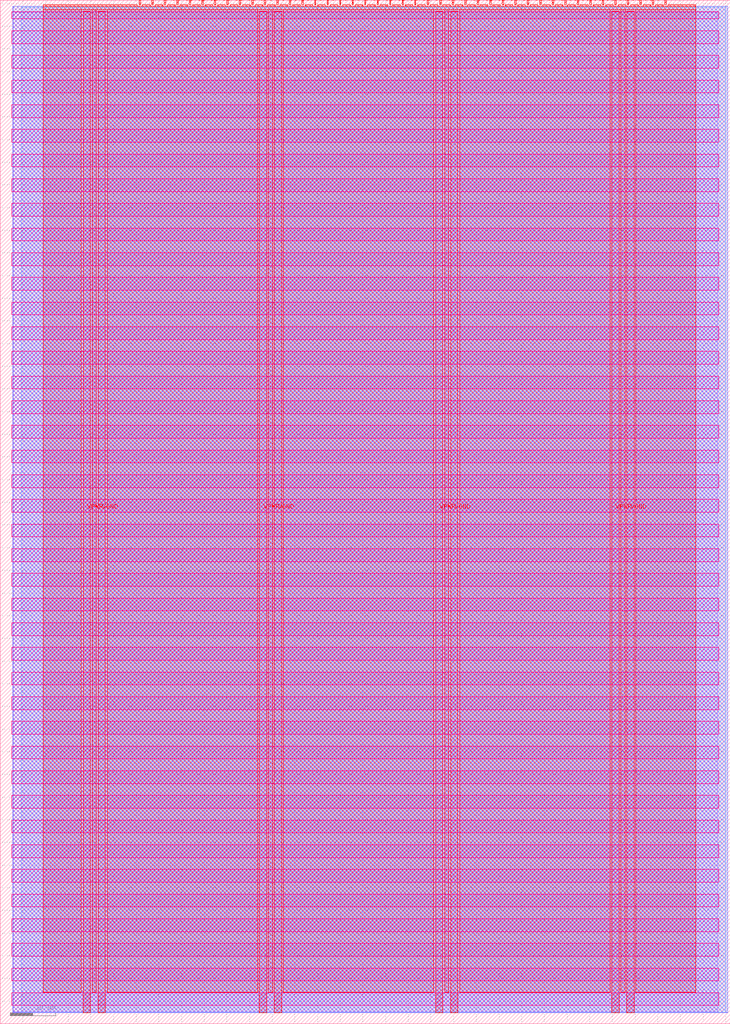
<source format=lef>
VERSION 5.7 ;
  NOWIREEXTENSIONATPIN ON ;
  DIVIDERCHAR "/" ;
  BUSBITCHARS "[]" ;
MACRO tt_um_silice
  CLASS BLOCK ;
  FOREIGN tt_um_silice ;
  ORIGIN 0.000 0.000 ;
  SIZE 161.000 BY 225.760 ;
  PIN VGND
    DIRECTION INOUT ;
    USE GROUND ;
    PORT
      LAYER met4 ;
        RECT 21.580 2.480 23.180 223.280 ;
    END
    PORT
      LAYER met4 ;
        RECT 60.450 2.480 62.050 223.280 ;
    END
    PORT
      LAYER met4 ;
        RECT 99.320 2.480 100.920 223.280 ;
    END
    PORT
      LAYER met4 ;
        RECT 138.190 2.480 139.790 223.280 ;
    END
  END VGND
  PIN VPWR
    DIRECTION INOUT ;
    USE POWER ;
    PORT
      LAYER met4 ;
        RECT 18.280 2.480 19.880 223.280 ;
    END
    PORT
      LAYER met4 ;
        RECT 57.150 2.480 58.750 223.280 ;
    END
    PORT
      LAYER met4 ;
        RECT 96.020 2.480 97.620 223.280 ;
    END
    PORT
      LAYER met4 ;
        RECT 134.890 2.480 136.490 223.280 ;
    END
  END VPWR
  PIN clk
    DIRECTION INPUT ;
    USE SIGNAL ;
    ANTENNAGATEAREA 0.852000 ;
    PORT
      LAYER met4 ;
        RECT 143.830 224.760 144.130 225.760 ;
    END
  END clk
  PIN ena
    DIRECTION INPUT ;
    USE SIGNAL ;
    PORT
      LAYER met4 ;
        RECT 146.590 224.760 146.890 225.760 ;
    END
  END ena
  PIN rst_n
    DIRECTION INPUT ;
    USE SIGNAL ;
    ANTENNAGATEAREA 0.196500 ;
    PORT
      LAYER met4 ;
        RECT 141.070 224.760 141.370 225.760 ;
    END
  END rst_n
  PIN ui_in[0]
    DIRECTION INPUT ;
    USE SIGNAL ;
    PORT
      LAYER met4 ;
        RECT 138.310 224.760 138.610 225.760 ;
    END
  END ui_in[0]
  PIN ui_in[1]
    DIRECTION INPUT ;
    USE SIGNAL ;
    PORT
      LAYER met4 ;
        RECT 135.550 224.760 135.850 225.760 ;
    END
  END ui_in[1]
  PIN ui_in[2]
    DIRECTION INPUT ;
    USE SIGNAL ;
    PORT
      LAYER met4 ;
        RECT 132.790 224.760 133.090 225.760 ;
    END
  END ui_in[2]
  PIN ui_in[3]
    DIRECTION INPUT ;
    USE SIGNAL ;
    PORT
      LAYER met4 ;
        RECT 130.030 224.760 130.330 225.760 ;
    END
  END ui_in[3]
  PIN ui_in[4]
    DIRECTION INPUT ;
    USE SIGNAL ;
    PORT
      LAYER met4 ;
        RECT 127.270 224.760 127.570 225.760 ;
    END
  END ui_in[4]
  PIN ui_in[5]
    DIRECTION INPUT ;
    USE SIGNAL ;
    PORT
      LAYER met4 ;
        RECT 124.510 224.760 124.810 225.760 ;
    END
  END ui_in[5]
  PIN ui_in[6]
    DIRECTION INPUT ;
    USE SIGNAL ;
    PORT
      LAYER met4 ;
        RECT 121.750 224.760 122.050 225.760 ;
    END
  END ui_in[6]
  PIN ui_in[7]
    DIRECTION INPUT ;
    USE SIGNAL ;
    PORT
      LAYER met4 ;
        RECT 118.990 224.760 119.290 225.760 ;
    END
  END ui_in[7]
  PIN uio_in[0]
    DIRECTION INPUT ;
    USE SIGNAL ;
    PORT
      LAYER met4 ;
        RECT 116.230 224.760 116.530 225.760 ;
    END
  END uio_in[0]
  PIN uio_in[1]
    DIRECTION INPUT ;
    USE SIGNAL ;
    PORT
      LAYER met4 ;
        RECT 113.470 224.760 113.770 225.760 ;
    END
  END uio_in[1]
  PIN uio_in[2]
    DIRECTION INPUT ;
    USE SIGNAL ;
    PORT
      LAYER met4 ;
        RECT 110.710 224.760 111.010 225.760 ;
    END
  END uio_in[2]
  PIN uio_in[3]
    DIRECTION INPUT ;
    USE SIGNAL ;
    PORT
      LAYER met4 ;
        RECT 107.950 224.760 108.250 225.760 ;
    END
  END uio_in[3]
  PIN uio_in[4]
    DIRECTION INPUT ;
    USE SIGNAL ;
    PORT
      LAYER met4 ;
        RECT 105.190 224.760 105.490 225.760 ;
    END
  END uio_in[4]
  PIN uio_in[5]
    DIRECTION INPUT ;
    USE SIGNAL ;
    PORT
      LAYER met4 ;
        RECT 102.430 224.760 102.730 225.760 ;
    END
  END uio_in[5]
  PIN uio_in[6]
    DIRECTION INPUT ;
    USE SIGNAL ;
    PORT
      LAYER met4 ;
        RECT 99.670 224.760 99.970 225.760 ;
    END
  END uio_in[6]
  PIN uio_in[7]
    DIRECTION INPUT ;
    USE SIGNAL ;
    PORT
      LAYER met4 ;
        RECT 96.910 224.760 97.210 225.760 ;
    END
  END uio_in[7]
  PIN uio_oe[0]
    DIRECTION OUTPUT ;
    USE SIGNAL ;
    ANTENNADIFFAREA 0.445500 ;
    PORT
      LAYER met4 ;
        RECT 49.990 224.760 50.290 225.760 ;
    END
  END uio_oe[0]
  PIN uio_oe[1]
    DIRECTION OUTPUT ;
    USE SIGNAL ;
    ANTENNADIFFAREA 0.445500 ;
    PORT
      LAYER met4 ;
        RECT 47.230 224.760 47.530 225.760 ;
    END
  END uio_oe[1]
  PIN uio_oe[2]
    DIRECTION OUTPUT ;
    USE SIGNAL ;
    ANTENNADIFFAREA 0.445500 ;
    PORT
      LAYER met4 ;
        RECT 44.470 224.760 44.770 225.760 ;
    END
  END uio_oe[2]
  PIN uio_oe[3]
    DIRECTION OUTPUT ;
    USE SIGNAL ;
    ANTENNADIFFAREA 0.445500 ;
    PORT
      LAYER met4 ;
        RECT 41.710 224.760 42.010 225.760 ;
    END
  END uio_oe[3]
  PIN uio_oe[4]
    DIRECTION OUTPUT ;
    USE SIGNAL ;
    ANTENNADIFFAREA 0.445500 ;
    PORT
      LAYER met4 ;
        RECT 38.950 224.760 39.250 225.760 ;
    END
  END uio_oe[4]
  PIN uio_oe[5]
    DIRECTION OUTPUT ;
    USE SIGNAL ;
    ANTENNADIFFAREA 0.445500 ;
    PORT
      LAYER met4 ;
        RECT 36.190 224.760 36.490 225.760 ;
    END
  END uio_oe[5]
  PIN uio_oe[6]
    DIRECTION OUTPUT ;
    USE SIGNAL ;
    ANTENNADIFFAREA 0.445500 ;
    PORT
      LAYER met4 ;
        RECT 33.430 224.760 33.730 225.760 ;
    END
  END uio_oe[6]
  PIN uio_oe[7]
    DIRECTION OUTPUT ;
    USE SIGNAL ;
    ANTENNADIFFAREA 0.445500 ;
    PORT
      LAYER met4 ;
        RECT 30.670 224.760 30.970 225.760 ;
    END
  END uio_oe[7]
  PIN uio_out[0]
    DIRECTION OUTPUT ;
    USE SIGNAL ;
    ANTENNADIFFAREA 0.445500 ;
    PORT
      LAYER met4 ;
        RECT 72.070 224.760 72.370 225.760 ;
    END
  END uio_out[0]
  PIN uio_out[1]
    DIRECTION OUTPUT ;
    USE SIGNAL ;
    ANTENNADIFFAREA 0.445500 ;
    PORT
      LAYER met4 ;
        RECT 69.310 224.760 69.610 225.760 ;
    END
  END uio_out[1]
  PIN uio_out[2]
    DIRECTION OUTPUT ;
    USE SIGNAL ;
    ANTENNADIFFAREA 0.445500 ;
    PORT
      LAYER met4 ;
        RECT 66.550 224.760 66.850 225.760 ;
    END
  END uio_out[2]
  PIN uio_out[3]
    DIRECTION OUTPUT ;
    USE SIGNAL ;
    ANTENNADIFFAREA 0.445500 ;
    PORT
      LAYER met4 ;
        RECT 63.790 224.760 64.090 225.760 ;
    END
  END uio_out[3]
  PIN uio_out[4]
    DIRECTION OUTPUT ;
    USE SIGNAL ;
    ANTENNADIFFAREA 0.445500 ;
    PORT
      LAYER met4 ;
        RECT 61.030 224.760 61.330 225.760 ;
    END
  END uio_out[4]
  PIN uio_out[5]
    DIRECTION OUTPUT ;
    USE SIGNAL ;
    ANTENNADIFFAREA 0.445500 ;
    PORT
      LAYER met4 ;
        RECT 58.270 224.760 58.570 225.760 ;
    END
  END uio_out[5]
  PIN uio_out[6]
    DIRECTION OUTPUT ;
    USE SIGNAL ;
    ANTENNADIFFAREA 0.445500 ;
    PORT
      LAYER met4 ;
        RECT 55.510 224.760 55.810 225.760 ;
    END
  END uio_out[6]
  PIN uio_out[7]
    DIRECTION OUTPUT ;
    USE SIGNAL ;
    ANTENNADIFFAREA 0.445500 ;
    PORT
      LAYER met4 ;
        RECT 52.750 224.760 53.050 225.760 ;
    END
  END uio_out[7]
  PIN uo_out[0]
    DIRECTION OUTPUT ;
    USE SIGNAL ;
    ANTENNADIFFAREA 0.445500 ;
    PORT
      LAYER met4 ;
        RECT 94.150 224.760 94.450 225.760 ;
    END
  END uo_out[0]
  PIN uo_out[1]
    DIRECTION OUTPUT ;
    USE SIGNAL ;
    ANTENNADIFFAREA 0.445500 ;
    PORT
      LAYER met4 ;
        RECT 91.390 224.760 91.690 225.760 ;
    END
  END uo_out[1]
  PIN uo_out[2]
    DIRECTION OUTPUT ;
    USE SIGNAL ;
    ANTENNADIFFAREA 0.445500 ;
    PORT
      LAYER met4 ;
        RECT 88.630 224.760 88.930 225.760 ;
    END
  END uo_out[2]
  PIN uo_out[3]
    DIRECTION OUTPUT ;
    USE SIGNAL ;
    ANTENNADIFFAREA 0.445500 ;
    PORT
      LAYER met4 ;
        RECT 85.870 224.760 86.170 225.760 ;
    END
  END uo_out[3]
  PIN uo_out[4]
    DIRECTION OUTPUT ;
    USE SIGNAL ;
    ANTENNADIFFAREA 0.445500 ;
    PORT
      LAYER met4 ;
        RECT 83.110 224.760 83.410 225.760 ;
    END
  END uo_out[4]
  PIN uo_out[5]
    DIRECTION OUTPUT ;
    USE SIGNAL ;
    ANTENNADIFFAREA 0.445500 ;
    PORT
      LAYER met4 ;
        RECT 80.350 224.760 80.650 225.760 ;
    END
  END uo_out[5]
  PIN uo_out[6]
    DIRECTION OUTPUT ;
    USE SIGNAL ;
    ANTENNADIFFAREA 0.445500 ;
    PORT
      LAYER met4 ;
        RECT 77.590 224.760 77.890 225.760 ;
    END
  END uo_out[6]
  PIN uo_out[7]
    DIRECTION OUTPUT ;
    USE SIGNAL ;
    ANTENNADIFFAREA 0.445500 ;
    PORT
      LAYER met4 ;
        RECT 74.830 224.760 75.130 225.760 ;
    END
  END uo_out[7]
  OBS
      LAYER nwell ;
        RECT 2.570 221.625 158.430 223.230 ;
        RECT 2.570 216.185 158.430 219.015 ;
        RECT 2.570 210.745 158.430 213.575 ;
        RECT 2.570 205.305 158.430 208.135 ;
        RECT 2.570 199.865 158.430 202.695 ;
        RECT 2.570 194.425 158.430 197.255 ;
        RECT 2.570 188.985 158.430 191.815 ;
        RECT 2.570 183.545 158.430 186.375 ;
        RECT 2.570 178.105 158.430 180.935 ;
        RECT 2.570 172.665 158.430 175.495 ;
        RECT 2.570 167.225 158.430 170.055 ;
        RECT 2.570 161.785 158.430 164.615 ;
        RECT 2.570 156.345 158.430 159.175 ;
        RECT 2.570 150.905 158.430 153.735 ;
        RECT 2.570 145.465 158.430 148.295 ;
        RECT 2.570 140.025 158.430 142.855 ;
        RECT 2.570 134.585 158.430 137.415 ;
        RECT 2.570 129.145 158.430 131.975 ;
        RECT 2.570 123.705 158.430 126.535 ;
        RECT 2.570 118.265 158.430 121.095 ;
        RECT 2.570 112.825 158.430 115.655 ;
        RECT 2.570 107.385 158.430 110.215 ;
        RECT 2.570 101.945 158.430 104.775 ;
        RECT 2.570 96.505 158.430 99.335 ;
        RECT 2.570 91.065 158.430 93.895 ;
        RECT 2.570 85.625 158.430 88.455 ;
        RECT 2.570 80.185 158.430 83.015 ;
        RECT 2.570 74.745 158.430 77.575 ;
        RECT 2.570 69.305 158.430 72.135 ;
        RECT 2.570 63.865 158.430 66.695 ;
        RECT 2.570 58.425 158.430 61.255 ;
        RECT 2.570 52.985 158.430 55.815 ;
        RECT 2.570 47.545 158.430 50.375 ;
        RECT 2.570 42.105 158.430 44.935 ;
        RECT 2.570 36.665 158.430 39.495 ;
        RECT 2.570 31.225 158.430 34.055 ;
        RECT 2.570 25.785 158.430 28.615 ;
        RECT 2.570 20.345 158.430 23.175 ;
        RECT 2.570 14.905 158.430 17.735 ;
        RECT 2.570 9.465 158.430 12.295 ;
        RECT 2.570 4.025 158.430 6.855 ;
      LAYER li1 ;
        RECT 2.760 2.635 158.240 223.125 ;
      LAYER met1 ;
        RECT 2.760 2.480 160.470 224.360 ;
      LAYER met2 ;
        RECT 2.860 2.535 160.440 224.390 ;
      LAYER met3 ;
        RECT 4.665 2.555 160.015 224.225 ;
      LAYER met4 ;
        RECT 9.495 224.360 30.270 224.760 ;
        RECT 31.370 224.360 33.030 224.760 ;
        RECT 34.130 224.360 35.790 224.760 ;
        RECT 36.890 224.360 38.550 224.760 ;
        RECT 39.650 224.360 41.310 224.760 ;
        RECT 42.410 224.360 44.070 224.760 ;
        RECT 45.170 224.360 46.830 224.760 ;
        RECT 47.930 224.360 49.590 224.760 ;
        RECT 50.690 224.360 52.350 224.760 ;
        RECT 53.450 224.360 55.110 224.760 ;
        RECT 56.210 224.360 57.870 224.760 ;
        RECT 58.970 224.360 60.630 224.760 ;
        RECT 61.730 224.360 63.390 224.760 ;
        RECT 64.490 224.360 66.150 224.760 ;
        RECT 67.250 224.360 68.910 224.760 ;
        RECT 70.010 224.360 71.670 224.760 ;
        RECT 72.770 224.360 74.430 224.760 ;
        RECT 75.530 224.360 77.190 224.760 ;
        RECT 78.290 224.360 79.950 224.760 ;
        RECT 81.050 224.360 82.710 224.760 ;
        RECT 83.810 224.360 85.470 224.760 ;
        RECT 86.570 224.360 88.230 224.760 ;
        RECT 89.330 224.360 90.990 224.760 ;
        RECT 92.090 224.360 93.750 224.760 ;
        RECT 94.850 224.360 96.510 224.760 ;
        RECT 97.610 224.360 99.270 224.760 ;
        RECT 100.370 224.360 102.030 224.760 ;
        RECT 103.130 224.360 104.790 224.760 ;
        RECT 105.890 224.360 107.550 224.760 ;
        RECT 108.650 224.360 110.310 224.760 ;
        RECT 111.410 224.360 113.070 224.760 ;
        RECT 114.170 224.360 115.830 224.760 ;
        RECT 116.930 224.360 118.590 224.760 ;
        RECT 119.690 224.360 121.350 224.760 ;
        RECT 122.450 224.360 124.110 224.760 ;
        RECT 125.210 224.360 126.870 224.760 ;
        RECT 127.970 224.360 129.630 224.760 ;
        RECT 130.730 224.360 132.390 224.760 ;
        RECT 133.490 224.360 135.150 224.760 ;
        RECT 136.250 224.360 137.910 224.760 ;
        RECT 139.010 224.360 140.670 224.760 ;
        RECT 141.770 224.360 143.430 224.760 ;
        RECT 144.530 224.360 146.190 224.760 ;
        RECT 147.290 224.360 153.345 224.760 ;
        RECT 9.495 223.680 153.345 224.360 ;
        RECT 9.495 6.975 17.880 223.680 ;
        RECT 20.280 6.975 21.180 223.680 ;
        RECT 23.580 6.975 56.750 223.680 ;
        RECT 59.150 6.975 60.050 223.680 ;
        RECT 62.450 6.975 95.620 223.680 ;
        RECT 98.020 6.975 98.920 223.680 ;
        RECT 101.320 6.975 134.490 223.680 ;
        RECT 136.890 6.975 137.790 223.680 ;
        RECT 140.190 6.975 153.345 223.680 ;
  END
END tt_um_silice
END LIBRARY


</source>
